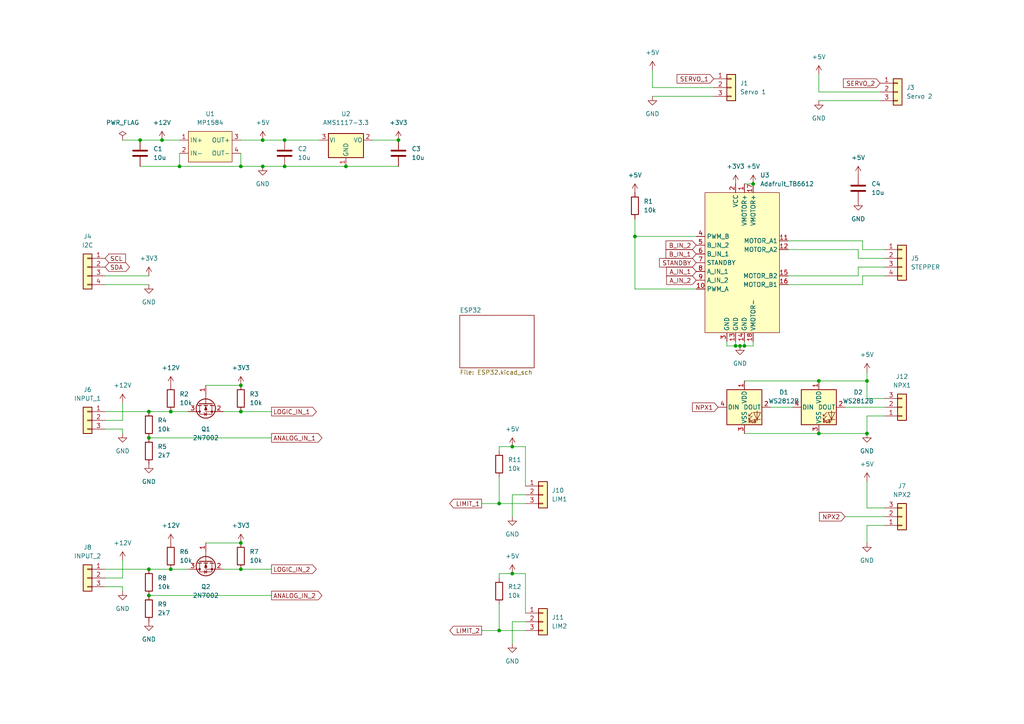
<source format=kicad_sch>
(kicad_sch (version 20211123) (generator eeschema)
  (paper "A4")
  (lib_symbols
    (symbol "Adafruit:Adafruit_TB6612"
      (property "Reference" "U" (at -10.16 21.59 0))
      (property "Value" "Adafruit_TB6612" (at -19.05 19.05 0))
      (symbol "Adafruit_TB6612_0_1"
        (rectangle (start -10.16 20.32) (end 11.43 -20.32) (fill (type background)))
      )
      (symbol "Adafruit_TB6612_1_1"
        (pin power_in line (at 1.27 22.86 270) (length 2.54) (name "VMOTOR+") (number "1"))
        (pin input line (at -12.7 -7.62 0) (length 2.54) (name "PWM_A") (number "10"))
        (pin output line (at 13.97 6.35 180) (length 2.54) (name "MOTOR_A1") (number "11"))
        (pin output line (at 13.97 3.81 180) (length 2.54) (name "MOTOR_A2") (number "12"))
        (pin power_in line (at -1.27 -22.86 90) (length 2.54) (name "GND") (number "13"))
        (pin power_in line (at 1.27 -22.86 90) (length 2.54) (name "GND") (number "14"))
        (pin output line (at 13.97 -3.81 180) (length 2.54) (name "MOTOR_B2") (number "15"))
        (pin output line (at 13.97 -6.35 180) (length 2.54) (name "MOTOR_B1") (number "16"))
        (pin power_in line (at 3.81 22.86 270) (length 2.54) (name "VMOTOR+") (number "17"))
        (pin power_in line (at 3.81 -22.86 90) (length 2.54) (name "VMOTOR-") (number "18"))
        (pin power_in line (at -1.27 22.86 270) (length 2.54) (name "VCC") (number "2"))
        (pin power_in line (at -3.81 -22.86 90) (length 2.54) (name "GND") (number "3"))
        (pin input line (at -12.7 7.62 0) (length 2.54) (name "PWM_B") (number "4"))
        (pin input line (at -12.7 5.08 0) (length 2.54) (name "B_IN_2") (number "5"))
        (pin input line (at -12.7 2.54 0) (length 2.54) (name "B_IN_1") (number "6"))
        (pin input line (at -12.7 0 0) (length 2.54) (name "STANDBY") (number "7"))
        (pin input line (at -12.7 -2.54 0) (length 2.54) (name "A_IN_1") (number "8"))
        (pin input line (at -12.7 -5.08 0) (length 2.54) (name "A_IN_2") (number "9"))
      )
    )
    (symbol "Connector_Generic:Conn_01x03" (pin_names (offset 1.016) hide)
      (property "Reference" "J" (at 0 5.08 0))
      (property "Value" "Conn_01x03" (at 0 -5.08 0))
      (symbol "Conn_01x03_1_1"
        (rectangle (start -1.27 -2.413) (end 0 -2.667) (stroke (width 0.1524)))
        (rectangle (start -1.27 0.127) (end 0 -0.127) (stroke (width 0.1524)))
        (rectangle (start -1.27 2.667) (end 0 2.413) (stroke (width 0.1524)))
        (rectangle (start -1.27 3.81) (end 1.27 -3.81) (stroke (width 0.254)) (fill (type background)))
        (pin passive line (at -5.08 2.54 0) (length 3.81) (name "Pin_1") (number "1"))
        (pin passive line (at -5.08 0 0) (length 3.81) (name "Pin_2") (number "2"))
        (pin passive line (at -5.08 -2.54 0) (length 3.81) (name "Pin_3") (number "3"))
      )
    )
    (symbol "Connector_Generic:Conn_01x04" (pin_names (offset 1.016) hide)
      (property "Reference" "J" (at 0 5.08 0))
      (property "Value" "Conn_01x04" (at 0 -7.62 0))
      (symbol "Conn_01x04_1_1"
        (rectangle (start -1.27 -4.953) (end 0 -5.207) (stroke (width 0.1524)))
        (rectangle (start -1.27 -2.413) (end 0 -2.667) (stroke (width 0.1524)))
        (rectangle (start -1.27 0.127) (end 0 -0.127) (stroke (width 0.1524)))
        (rectangle (start -1.27 2.667) (end 0 2.413) (stroke (width 0.1524)))
        (rectangle (start -1.27 3.81) (end 1.27 -6.35) (stroke (width 0.254)) (fill (type background)))
        (pin passive line (at -5.08 2.54 0) (length 3.81) (name "Pin_1") (number "1"))
        (pin passive line (at -5.08 0 0) (length 3.81) (name "Pin_2") (number "2"))
        (pin passive line (at -5.08 -2.54 0) (length 3.81) (name "Pin_3") (number "3"))
        (pin passive line (at -5.08 -5.08 0) (length 3.81) (name "Pin_4") (number "4"))
      )
    )
    (symbol "Device:C" (pin_numbers hide) (pin_names (offset 0.254))
      (property "Reference" "C" (at 0.635 2.54 0))
      (property "Value" "C" (at 0.635 -2.54 0))
      (symbol "C_0_1"
        (polyline (pts (xy -2.032 -0.762) (xy 2.032 -0.762)) (stroke (width 0.508)))
        (polyline (pts (xy -2.032 0.762) (xy 2.032 0.762)) (stroke (width 0.508)))
      )
      (symbol "C_1_1"
        (pin passive line (at 0 3.81 270) (length 2.794) (name "~") (number "1"))
        (pin passive line (at 0 -3.81 90) (length 2.794) (name "~") (number "2"))
      )
    )
    (symbol "Device:R" (pin_numbers hide) (pin_names (offset 0))
      (property "Reference" "R" (at 2.032 0 90))
      (property "Value" "R" (at 0 0 90))
      (symbol "R_0_1"
        (rectangle (start -1.016 -2.54) (end 1.016 2.54) (stroke (width 0.254)))
      )
      (symbol "R_1_1"
        (pin passive line (at 0 3.81 270) (length 1.27) (name "~") (number "1"))
        (pin passive line (at 0 -3.81 90) (length 1.27) (name "~") (number "2"))
      )
    )
    (symbol "LED:WS2812B" (pin_names (offset 0.254))
      (property "Reference" "D" (at 5.08 5.715 0))
      (property "Value" "WS2812B" (at 1.27 -5.715 0))
      (symbol "WS2812B_0_0"
        (text "RGB" (at 2.286 -4.191 0) (effects (font (size 0.762 0.762))))
      )
      (symbol "WS2812B_0_1"
        (polyline (pts (xy 1.27 -3.556) (xy 1.778 -3.556)))
        (polyline (pts (xy 1.27 -2.54) (xy 1.778 -2.54)))
        (polyline (pts (xy 4.699 -3.556) (xy 2.667 -3.556)))
        (polyline (pts (xy 2.286 -2.54) (xy 1.27 -3.556) (xy 1.27 -3.048)))
        (polyline (pts (xy 2.286 -1.524) (xy 1.27 -2.54) (xy 1.27 -2.032)))
        (polyline (pts (xy 3.683 -1.016) (xy 3.683 -3.556) (xy 3.683 -4.064)))
        (polyline (pts (xy 4.699 -1.524) (xy 2.667 -1.524) (xy 3.683 -3.556) (xy 4.699 -1.524)))
        (rectangle (start 5.08 5.08) (end -5.08 -5.08) (stroke (width 0.254)) (fill (type background)))
      )
      (symbol "WS2812B_1_1"
        (pin power_in line (at 0 7.62 270) (length 2.54) (name "VDD") (number "1"))
        (pin output line (at 7.62 0 180) (length 2.54) (name "DOUT") (number "2"))
        (pin power_in line (at 0 -7.62 90) (length 2.54) (name "VSS") (number "3"))
        (pin input line (at -7.62 0 0) (length 2.54) (name "DIN") (number "4"))
      )
    )
    (symbol "MP1584:MP1584"
      (property "Reference" "U" (at 0 2.54 0))
      (property "Value" "MP1584" (at 0 0 0))
      (symbol "MP1584_0_1"
        (rectangle (start -6.35 -1.27) (end 6.35 -10.16) (fill (type background)))
      )
      (symbol "MP1584_1_1"
        (pin power_in line (at -8.89 -3.81 0) (length 2.54) (name "IN+") (number "1"))
        (pin power_in line (at -8.89 -7.62 0) (length 2.54) (name "IN-") (number "2"))
        (pin power_out line (at 8.89 -3.81 180) (length 2.54) (name "OUT+") (number "3"))
        (pin power_out line (at 8.89 -7.62 180) (length 2.54) (name "OUT-") (number "4"))
      )
    )
    (symbol "Regulator_Linear:AMS1117-3.3" (pin_names (offset 0.254))
      (property "Reference" "U" (at -3.81 3.175 0))
      (property "Value" "AMS1117-3.3" (at 0 3.175 0))
      (symbol "AMS1117-3.3_0_1"
        (rectangle (start -5.08 -5.08) (end 5.08 1.905) (stroke (width 0.254)) (fill (type background)))
      )
      (symbol "AMS1117-3.3_1_1"
        (pin power_in line (at 0 -7.62 90) (length 2.54) (name "GND") (number "1"))
        (pin power_out line (at 7.62 0 180) (length 2.54) (name "VO") (number "2"))
        (pin power_in line (at -7.62 0 0) (length 2.54) (name "VI") (number "3"))
      )
    )
    (symbol "Transistor_FET:2N7002" (pin_names hide)
      (property "Reference" "Q" (at 5.08 1.905 0))
      (property "Value" "2N7002" (at 5.08 0 0))
      (symbol "2N7002_0_1"
        (polyline (pts (xy 0.254 0) (xy -2.54 0)))
        (polyline (pts (xy 0.254 1.905) (xy 0.254 -1.905)) (stroke (width 0.254)))
        (polyline (pts (xy 0.762 -1.27) (xy 0.762 -2.286)) (stroke (width 0.254)))
        (polyline (pts (xy 0.762 0.508) (xy 0.762 -0.508)) (stroke (width 0.254)))
        (polyline (pts (xy 0.762 2.286) (xy 0.762 1.27)) (stroke (width 0.254)))
        (polyline (pts (xy 2.54 2.54) (xy 2.54 1.778)))
        (polyline (pts (xy 2.54 -2.54) (xy 2.54 0) (xy 0.762 0)))
        (polyline (pts (xy 0.762 -1.778) (xy 3.302 -1.778) (xy 3.302 1.778) (xy 0.762 1.778)))
        (polyline (pts (xy 1.016 0) (xy 2.032 0.381) (xy 2.032 -0.381) (xy 1.016 0)) (fill (type outline)))
        (polyline (pts (xy 2.794 0.508) (xy 2.921 0.381) (xy 3.683 0.381) (xy 3.81 0.254)))
        (polyline (pts (xy 3.302 0.381) (xy 2.921 -0.254) (xy 3.683 -0.254) (xy 3.302 0.381)))
        (circle (center 1.651 0) (radius 2.794) (stroke (width 0.254)))
        (circle (center 2.54 -1.778) (radius 0.254) (fill (type outline)))
        (circle (center 2.54 1.778) (radius 0.254) (fill (type outline)))
      )
      (symbol "2N7002_1_1"
        (pin input line (at -5.08 0 0) (length 2.54) (name "G") (number "1"))
        (pin passive line (at 2.54 -5.08 90) (length 2.54) (name "S") (number "2"))
        (pin passive line (at 2.54 5.08 270) (length 2.54) (name "D") (number "3"))
      )
    )
    (symbol "power:+12V" (power) (pin_names (offset 0))
      (property "Value" "+12V" (at 0 3.556 0))
      (symbol "+12V_0_1"
        (polyline (pts (xy -0.762 1.27) (xy 0 2.54)))
        (polyline (pts (xy 0 0) (xy 0 2.54)))
        (polyline (pts (xy 0 2.54) (xy 0.762 1.27)))
      )
      (symbol "+12V_1_1"
        (pin power_in line (at 0 0 90) (length 0) hide (name "+12V") (number "1"))
      )
    )
    (symbol "power:+3V3" (power) (pin_names (offset 0))
      (property "Value" "+3V3" (at 0 3.556 0))
      (symbol "+3V3_0_1"
        (polyline (pts (xy -0.762 1.27) (xy 0 2.54)))
        (polyline (pts (xy 0 0) (xy 0 2.54)))
        (polyline (pts (xy 0 2.54) (xy 0.762 1.27)))
      )
      (symbol "+3V3_1_1"
        (pin power_in line (at 0 0 90) (length 0) hide (name "+3V3") (number "1"))
      )
    )
    (symbol "power:+5V" (power) (pin_names (offset 0))
      (property "Value" "+5V" (at 0 3.556 0))
      (symbol "+5V_0_1"
        (polyline (pts (xy -0.762 1.27) (xy 0 2.54)))
        (polyline (pts (xy 0 0) (xy 0 2.54)))
        (polyline (pts (xy 0 2.54) (xy 0.762 1.27)))
      )
      (symbol "+5V_1_1"
        (pin power_in line (at 0 0 90) (length 0) hide (name "+5V") (number "1"))
      )
    )
    (symbol "power:GND" (power) (pin_names (offset 0))
      (property "Value" "GND" (at 0 -3.81 0))
      (symbol "GND_0_1"
        (polyline (pts (xy 0 0) (xy 0 -1.27) (xy 1.27 -1.27) (xy 0 -2.54) (xy -1.27 -1.27) (xy 0 -1.27)))
      )
      (symbol "GND_1_1"
        (pin power_in line (at 0 0 270) (length 0) hide (name "GND") (number "1"))
      )
    )
    (symbol "power:PWR_FLAG" (power) (pin_numbers hide) (pin_names (offset 0) hide)
      (property "Value" "PWR_FLAG" (at 0 3.81 0))
      (symbol "PWR_FLAG_0_0"
        (pin power_out line (at 0 0 90) (length 0) (name "pwr") (number "1"))
      )
      (symbol "PWR_FLAG_0_1"
        (polyline (pts (xy 0 0) (xy 0 1.27) (xy -1.016 1.905) (xy 0 2.54) (xy 1.016 1.905) (xy 0 1.27)))
      )
    )
  )
  (junction (at 82.55 40.64))
  (junction (at 43.18 119.38))
  (junction (at 144.78 182.88))
  (junction (at 49.53 165.1))
  (junction (at 69.85 157.48))
  (junction (at 215.9 100.33))
  (junction (at 237.49 125.73))
  (junction (at 82.55 48.26))
  (junction (at 251.46 125.73))
  (junction (at 69.85 165.1))
  (junction (at 237.49 110.49))
  (junction (at 40.64 40.64))
  (junction (at 76.2 40.64))
  (junction (at 69.85 48.26))
  (junction (at 76.2 48.26))
  (junction (at 214.63 100.33))
  (junction (at 184.15 68.58))
  (junction (at 49.53 119.38))
  (junction (at 52.07 48.26))
  (junction (at 115.57 40.64))
  (junction (at 213.36 100.33))
  (junction (at 148.59 166.37))
  (junction (at 144.78 146.05))
  (junction (at 148.59 129.54))
  (junction (at 218.44 53.34))
  (junction (at 43.18 165.1))
  (junction (at 69.85 111.76))
  (junction (at 69.85 119.38))
  (junction (at 43.18 172.72))
  (junction (at 46.99 40.64))
  (junction (at 251.46 110.49))
  (junction (at 43.18 127))
  (junction (at 100.33 48.26))
  (wire (pts (xy 69.85 119.38) (xy 78.74 119.38)))
  (wire (pts (xy 189.23 25.4) (xy 189.23 20.32)))
  (wire (pts (xy 30.48 165.1) (xy 43.18 165.1)))
  (wire (pts (xy 148.59 180.34) (xy 148.59 186.69)))
  (wire (pts (xy 189.23 27.94) (xy 207.01 27.94)))
  (wire (pts (xy 251.46 110.49) (xy 251.46 107.95)))
  (wire (pts (xy 152.4 166.37) (xy 148.59 166.37)))
  (wire (pts (xy 144.78 167.64) (xy 144.78 166.37)))
  (wire (pts (xy 248.92 77.47) (xy 256.54 77.47)))
  (wire (pts (xy 107.95 40.64) (xy 115.57 40.64)))
  (wire (pts (xy 215.9 100.33) (xy 214.63 100.33)))
  (wire (pts (xy 30.48 124.46) (xy 35.56 124.46)))
  (wire (pts (xy 43.18 172.72) (xy 78.74 172.72)))
  (wire (pts (xy 248.92 74.93) (xy 256.54 74.93)))
  (wire (pts (xy 64.77 119.38) (xy 69.85 119.38)))
  (wire (pts (xy 144.78 129.54) (xy 148.59 129.54)))
  (wire (pts (xy 228.6 69.85) (xy 250.19 69.85)))
  (wire (pts (xy 250.19 80.01) (xy 256.54 80.01)))
  (wire (pts (xy 40.64 48.26) (xy 52.07 48.26)))
  (wire (pts (xy 69.85 165.1) (xy 78.74 165.1)))
  (wire (pts (xy 144.78 166.37) (xy 148.59 166.37)))
  (wire (pts (xy 69.85 48.26) (xy 76.2 48.26)))
  (wire (pts (xy 82.55 40.64) (xy 92.71 40.64)))
  (wire (pts (xy 215.9 99.06) (xy 215.9 100.33)))
  (wire (pts (xy 76.2 48.26) (xy 82.55 48.26)))
  (wire (pts (xy 144.78 138.43) (xy 144.78 146.05)))
  (wire (pts (xy 30.48 119.38) (xy 43.18 119.38)))
  (wire (pts (xy 69.85 44.45) (xy 69.85 48.26)))
  (wire (pts (xy 251.46 157.48) (xy 251.46 152.4)))
  (wire (pts (xy 152.4 177.8) (xy 152.4 166.37)))
  (wire (pts (xy 207.01 25.4) (xy 189.23 25.4)))
  (wire (pts (xy 46.99 40.64) (xy 52.07 40.64)))
  (wire (pts (xy 237.49 125.73) (xy 251.46 125.73)))
  (wire (pts (xy 49.53 119.38) (xy 54.61 119.38)))
  (wire (pts (xy 245.11 149.86) (xy 256.54 149.86)))
  (wire (pts (xy 139.7 182.88) (xy 144.78 182.88)))
  (wire (pts (xy 52.07 44.45) (xy 52.07 48.26)))
  (wire (pts (xy 144.78 130.81) (xy 144.78 129.54)))
  (wire (pts (xy 184.15 83.82) (xy 184.15 68.58)))
  (wire (pts (xy 213.36 99.06) (xy 213.36 100.33)))
  (wire (pts (xy 237.49 29.21) (xy 255.27 29.21)))
  (wire (pts (xy 184.15 68.58) (xy 184.15 63.5)))
  (wire (pts (xy 76.2 40.64) (xy 82.55 40.64)))
  (wire (pts (xy 250.19 72.39) (xy 256.54 72.39)))
  (wire (pts (xy 248.92 72.39) (xy 248.92 74.93)))
  (wire (pts (xy 223.52 118.11) (xy 229.87 118.11)))
  (wire (pts (xy 35.56 40.64) (xy 40.64 40.64)))
  (wire (pts (xy 210.82 99.06) (xy 210.82 100.33)))
  (wire (pts (xy 255.27 26.67) (xy 237.49 26.67)))
  (wire (pts (xy 59.69 157.48) (xy 69.85 157.48)))
  (wire (pts (xy 64.77 165.1) (xy 69.85 165.1)))
  (wire (pts (xy 210.82 100.33) (xy 213.36 100.33)))
  (wire (pts (xy 139.7 146.05) (xy 144.78 146.05)))
  (wire (pts (xy 218.44 100.33) (xy 215.9 100.33)))
  (wire (pts (xy 228.6 82.55) (xy 250.19 82.55)))
  (wire (pts (xy 218.44 99.06) (xy 218.44 100.33)))
  (wire (pts (xy 228.6 80.01) (xy 248.92 80.01)))
  (wire (pts (xy 251.46 125.73) (xy 251.46 120.65)))
  (wire (pts (xy 201.93 68.58) (xy 184.15 68.58)))
  (wire (pts (xy 213.36 100.33) (xy 214.63 100.33)))
  (wire (pts (xy 30.48 167.64) (xy 35.56 167.64)))
  (wire (pts (xy 201.93 83.82) (xy 184.15 83.82)))
  (wire (pts (xy 35.56 121.92) (xy 35.56 116.84)))
  (wire (pts (xy 245.11 118.11) (xy 256.54 118.11)))
  (wire (pts (xy 43.18 127) (xy 78.74 127)))
  (wire (pts (xy 250.19 69.85) (xy 250.19 72.39)))
  (wire (pts (xy 69.85 40.64) (xy 76.2 40.64)))
  (wire (pts (xy 215.9 125.73) (xy 237.49 125.73)))
  (wire (pts (xy 152.4 129.54) (xy 148.59 129.54)))
  (wire (pts (xy 250.19 82.55) (xy 250.19 80.01)))
  (wire (pts (xy 30.48 80.01) (xy 43.18 80.01)))
  (wire (pts (xy 30.48 82.55) (xy 43.18 82.55)))
  (wire (pts (xy 52.07 48.26) (xy 69.85 48.26)))
  (wire (pts (xy 100.33 48.26) (xy 115.57 48.26)))
  (wire (pts (xy 228.6 72.39) (xy 248.92 72.39)))
  (wire (pts (xy 256.54 115.57) (xy 251.46 115.57)))
  (wire (pts (xy 43.18 165.1) (xy 49.53 165.1)))
  (wire (pts (xy 152.4 143.51) (xy 148.59 143.51)))
  (wire (pts (xy 43.18 119.38) (xy 49.53 119.38)))
  (wire (pts (xy 49.53 165.1) (xy 54.61 165.1)))
  (wire (pts (xy 82.55 48.26) (xy 100.33 48.26)))
  (wire (pts (xy 35.56 170.18) (xy 35.56 171.45)))
  (wire (pts (xy 251.46 120.65) (xy 256.54 120.65)))
  (wire (pts (xy 144.78 175.26) (xy 144.78 182.88)))
  (wire (pts (xy 215.9 53.34) (xy 218.44 53.34)))
  (wire (pts (xy 30.48 121.92) (xy 35.56 121.92)))
  (wire (pts (xy 144.78 182.88) (xy 152.4 182.88)))
  (wire (pts (xy 152.4 140.97) (xy 152.4 129.54)))
  (wire (pts (xy 251.46 152.4) (xy 256.54 152.4)))
  (wire (pts (xy 152.4 180.34) (xy 148.59 180.34)))
  (wire (pts (xy 237.49 110.49) (xy 251.46 110.49)))
  (wire (pts (xy 30.48 170.18) (xy 35.56 170.18)))
  (wire (pts (xy 35.56 167.64) (xy 35.56 162.56)))
  (wire (pts (xy 35.56 124.46) (xy 35.56 125.73)))
  (wire (pts (xy 248.92 80.01) (xy 248.92 77.47)))
  (wire (pts (xy 148.59 143.51) (xy 148.59 149.86)))
  (wire (pts (xy 256.54 147.32) (xy 251.46 147.32)))
  (wire (pts (xy 59.69 111.76) (xy 69.85 111.76)))
  (wire (pts (xy 251.46 139.7) (xy 251.46 147.32)))
  (wire (pts (xy 215.9 110.49) (xy 237.49 110.49)))
  (wire (pts (xy 144.78 146.05) (xy 152.4 146.05)))
  (wire (pts (xy 237.49 26.67) (xy 237.49 21.59)))
  (wire (pts (xy 40.64 40.64) (xy 46.99 40.64)))
  (wire (pts (xy 251.46 115.57) (xy 251.46 110.49)))
  (global_label "SCL" (shape input) (at 30.48 74.93 0) (property "Intersheet References" "${INTERSHEET_REFS}" (effects hide)))
  (global_label "SDA" (shape bidirectional) (at 30.48 77.47 0) (property "Intersheet References" "${INTERSHEET_REFS}" (effects hide)))
  (global_label "B_IN_2" (shape input) (at 201.93 71.12 180) (property "Intersheet References" "${INTERSHEET_REFS}" (effects hide)))
  (global_label "LIMIT_1" (shape output) (at 139.7 146.05 180) (property "Intersheet References" "${INTERSHEET_REFS}" (effects hide)))
  (global_label "B_IN_1" (shape input) (at 201.93 73.66 180) (property "Intersheet References" "${INTERSHEET_REFS}" (effects hide)))
  (global_label "NPX1" (shape input) (at 208.28 118.11 180) (property "Intersheet References" "${INTERSHEET_REFS}" (effects hide)))
  (global_label "SERVO_1" (shape input) (at 207.01 22.86 180) (property "Intersheet References" "${INTERSHEET_REFS}" (effects hide)))
  (global_label "SERVO_2" (shape input) (at 255.27 24.13 180) (property "Intersheet References" "${INTERSHEET_REFS}" (effects hide)))
  (global_label "ANALOG_IN_1" (shape output) (at 78.74 127 0) (property "Intersheet References" "${INTERSHEET_REFS}" (effects hide)))
  (global_label "LOGIC_IN_2" (shape output) (at 78.74 165.1 0) (property "Intersheet References" "${INTERSHEET_REFS}" (effects hide)))
  (global_label "LIMIT_2" (shape output) (at 139.7 182.88 180) (property "Intersheet References" "${INTERSHEET_REFS}" (effects hide)))
  (global_label "NPX2" (shape input) (at 245.11 149.86 180) (property "Intersheet References" "${INTERSHEET_REFS}" (effects hide)))
  (global_label "ANALOG_IN_2" (shape output) (at 78.74 172.72 0) (property "Intersheet References" "${INTERSHEET_REFS}" (effects hide)))
  (global_label "A_IN_1" (shape input) (at 201.93 78.74 180) (property "Intersheet References" "${INTERSHEET_REFS}" (effects hide)))
  (global_label "A_IN_2" (shape input) (at 201.93 81.28 180) (property "Intersheet References" "${INTERSHEET_REFS}" (effects hide)))
  (global_label "STANDBY" (shape input) (at 201.93 76.2 180) (property "Intersheet References" "${INTERSHEET_REFS}" (effects hide)))
  (global_label "LOGIC_IN_1" (shape output) (at 78.74 119.38 0) (property "Intersheet References" "${INTERSHEET_REFS}" (effects hide)))
  (symbol (lib_id "power:GND") (at 237.49 29.21 0) (unit 1)
    (property "Reference" "#PWR08" (effects hide))
    (property "Value" "GND" (at 237.49 34.29 0))
  )
  (symbol (lib_id "power:+5V") (at 189.23 20.32 0) (unit 1)
    (property "Reference" "#PWR01" (effects hide))
    (property "Value" "+5V" (at 189.23 15.24 0))
  )
  (symbol (lib_id "power:+3V3") (at 115.57 40.64 0) (unit 1)
    (property "Reference" "#PWR05" (effects hide))
    (property "Value" "+3V3" (at 115.57 35.56 0))
  )
  (symbol (lib_id "Connector_Generic:Conn_01x03") (at 157.48 180.34 0) (unit 1)
    (property "Reference" "J11" (at 160.02 179.0699 0) (effects (justify left)))
    (property "Value" "LIM2" (at 160.02 181.6099 0) (effects (justify left)))
    (property "Footprint" "Connector_PinHeader_2.54mm:PinHeader_1x03_P2.54mm_Vertical" (effects hide))
  )
  (symbol (lib_id "power:GND") (at 251.46 157.48 0) (unit 1)
    (property "Reference" "#PWR025" (effects hide))
    (property "Value" "GND" (at 251.46 162.56 0))
  )
  (symbol (lib_id "Device:C") (at 248.92 54.61 0) (unit 1)
    (property "Reference" "C4" (at 252.73 53.3399 0) (effects (justify left)))
    (property "Value" "10u" (at 252.73 55.8799 0) (effects (justify left)))
    (property "Footprint" "Capacitor_SMD:C_1206_3216Metric" (effects hide))
    (property "LCSC" "C13585" (effects hide))
  )
  (symbol (lib_id "Connector_Generic:Conn_01x04") (at 261.62 74.93 0) (unit 1)
    (property "Reference" "J5" (at 264.16 74.9299 0) (effects (justify left)))
    (property "Value" "STEPPER" (at 264.16 77.4699 0) (effects (justify left)))
    (property "Footprint" "Connector_PinHeader_2.54mm:PinHeader_1x04_P2.54mm_Vertical" (effects hide))
  )
  (symbol (lib_id "power:+12V") (at 49.53 157.48 0) (unit 1)
    (property "Reference" "#PWR023" (effects hide))
    (property "Value" "+12V" (at 49.53 152.4 0))
  )
  (symbol (lib_id "LED:WS2812B") (at 215.9 118.11 0) (unit 1)
    (property "Reference" "D1" (at 227.33 113.7793 0))
    (property "Value" "WS2812B" (at 227.33 116.3193 0))
    (property "Footprint" "LED_SMD:LED_WS2812B_PLCC4_5.0x5.0mm_P3.2mm" (effects hide))
    (property "Datasheet" "https://cdn-shop.adafruit.com/datasheets/WS2812B.pdf" (effects hide))
  )
  (symbol (lib_id "Connector_Generic:Conn_01x03") (at 212.09 25.4 0) (unit 1)
    (property "Reference" "J1" (at 214.63 24.1299 0) (effects (justify left)))
    (property "Value" "Servo 1" (at 214.63 26.6699 0) (effects (justify left)))
    (property "Footprint" "Connector_PinHeader_2.54mm:PinHeader_1x03_P2.54mm_Vertical" (effects hide))
  )
  (symbol (lib_id "Adafruit:Adafruit_TB6612") (at 214.63 76.2 0) (unit 1)
    (property "Reference" "U3" (at 220.4594 50.8 0) (effects (justify left)))
    (property "Value" "Adafruit_TB6612" (at 220.4594 53.34 0) (effects (justify left)))
    (property "Footprint" "Adafruit_TB6612:Adafruit_TB6612" (effects hide))
  )
  (symbol (lib_id "power:+5V") (at 237.49 21.59 0) (unit 1)
    (property "Reference" "#PWR07" (effects hide))
    (property "Value" "+5V" (at 237.49 16.51 0))
  )
  (symbol (lib_id "power:+5V") (at 251.46 139.7 0) (unit 1)
    (property "Reference" "#PWR022" (effects hide))
    (property "Value" "+5V" (at 251.46 134.62 0))
  )
  (symbol (lib_id "power:GND") (at 248.92 58.42 0) (unit 1)
    (property "Reference" "#PWR015" (effects hide))
    (property "Value" "GND" (at 248.92 63.5 0))
  )
  (symbol (lib_id "power:GND") (at 214.63 100.33 0) (unit 1)
    (property "Reference" "#PWR019" (effects hide))
    (property "Value" "GND" (at 214.63 105.41 0))
  )
  (symbol (lib_id "power:GND") (at 43.18 82.55 0) (unit 1)
    (property "Reference" "#PWR014" (effects hide))
    (property "Value" "GND" (at 43.18 87.63 0))
  )
  (symbol (lib_id "Device:R") (at 69.85 161.29 0) (unit 1)
    (property "Reference" "R7" (at 72.39 160.02 0) (effects (justify left)))
    (property "Value" "10k" (at 72.39 162.56 0) (effects (justify left)))
    (property "Footprint" "Resistor_SMD:R_0603_1608Metric" (effects hide))
    (property "LCSC" "C25804" (effects hide))
  )
  (symbol (lib_id "Device:R") (at 144.78 171.45 0) (unit 1)
    (property "Reference" "R12" (at 147.32 170.18 0) (effects (justify left)))
    (property "Value" "10k" (at 147.32 172.72 0) (effects (justify left)))
    (property "Footprint" "Resistor_SMD:R_0603_1608Metric" (effects hide))
    (property "LCSC" "C25804" (effects hide))
  )
  (symbol (lib_id "Connector_Generic:Conn_01x03") (at 261.62 149.86 0) (mirror x) (unit 1)
    (property "Reference" "J7" (at 261.62 140.97 0))
    (property "Value" "NPX2" (at 261.62 143.51 0))
    (property "Footprint" "Connector_PinHeader_2.54mm:PinHeader_1x03_P2.54mm_Vertical" (effects hide))
  )
  (symbol (lib_id "Device:R") (at 43.18 123.19 0) (unit 1)
    (property "Reference" "R4" (at 45.72 121.92 0) (effects (justify left)))
    (property "Value" "10k" (at 45.72 124.46 0) (effects (justify left)))
    (property "Footprint" "Resistor_SMD:R_0603_1608Metric" (effects hide))
    (property "LCSC" "C25804" (effects hide))
  )
  (symbol (lib_id "Device:R") (at 49.53 115.57 0) (unit 1)
    (property "Reference" "R2" (at 52.07 114.3 0) (effects (justify left)))
    (property "Value" "10k" (at 52.07 116.84 0) (effects (justify left)))
    (property "Footprint" "Resistor_SMD:R_0603_1608Metric" (effects hide))
    (property "LCSC" "C25804" (effects hide))
  )
  (symbol (lib_id "Device:R") (at 43.18 176.53 0) (unit 1)
    (property "Reference" "R9" (at 45.72 175.2599 0) (effects (justify left)))
    (property "Value" "2k7" (at 45.72 177.7999 0) (effects (justify left)))
    (property "Footprint" "Resistor_SMD:R_0603_1608Metric" (effects hide))
    (property "LCSC" "C13167" (effects hide))
  )
  (symbol (lib_id "power:GND") (at 148.59 149.86 0) (unit 1)
    (property "Reference" "#PWR038" (effects hide))
    (property "Value" "GND" (at 148.59 154.94 0))
  )
  (symbol (lib_id "Transistor_FET:2N7002") (at 59.69 116.84 90) (mirror x) (unit 1)
    (property "Reference" "Q1" (at 59.69 124.46 90))
    (property "Value" "2N7002" (at 59.69 127 90))
    (property "Footprint" "Package_TO_SOT_SMD:SOT-23" (effects hide))
    (property "Datasheet" "https://www.onsemi.com/pub/Collateral/NDS7002A-D.PDF" (effects hide))
    (property "LCSC" "C8545" (effects hide))
    (property "JLCPCB_CORRECTION" "0; 0; 180" (effects hide))
  )
  (symbol (lib_id "power:+5V") (at 218.44 53.34 0) (unit 1)
    (property "Reference" "#PWR011" (effects hide))
    (property "Value" "+5V" (at 218.44 48.26 0))
  )
  (symbol (lib_id "Device:C") (at 40.64 44.45 0) (unit 1)
    (property "Reference" "C1" (at 44.45 43.1799 0) (effects (justify left)))
    (property "Value" "10u" (at 44.45 45.7199 0) (effects (justify left)))
    (property "Footprint" "Capacitor_SMD:C_1206_3216Metric" (effects hide))
    (property "LCSC" "C13585" (effects hide))
  )
  (symbol (lib_id "power:GND") (at 189.23 27.94 0) (unit 1)
    (property "Reference" "#PWR02" (effects hide))
    (property "Value" "GND" (at 189.23 33.02 0))
  )
  (symbol (lib_id "power:GND") (at 43.18 180.34 0) (unit 1)
    (property "Reference" "#PWR028" (effects hide))
    (property "Value" "GND" (at 43.18 185.42 0))
  )
  (symbol (lib_id "power:+5V") (at 148.59 166.37 0) (unit 1)
    (property "Reference" "#PWR039" (effects hide))
    (property "Value" "+5V" (at 148.59 161.29 0))
  )
  (symbol (lib_id "Device:C") (at 115.57 44.45 0) (unit 1)
    (property "Reference" "C3" (at 119.38 43.1799 0) (effects (justify left)))
    (property "Value" "10u" (at 119.38 45.7199 0) (effects (justify left)))
    (property "Footprint" "Capacitor_SMD:C_1206_3216Metric" (effects hide))
    (property "LCSC" "C13585" (effects hide))
  )
  (symbol (lib_id "power:GND") (at 43.18 134.62 0) (unit 1)
    (property "Reference" "#PWR021" (effects hide))
    (property "Value" "GND" (at 43.18 139.7 0))
  )
  (symbol (lib_id "power:GND") (at 76.2 48.26 0) (unit 1)
    (property "Reference" "#PWR06" (effects hide))
    (property "Value" "GND" (at 76.2 53.34 0))
  )
  (symbol (lib_id "power:GND") (at 35.56 125.73 0) (unit 1)
    (property "Reference" "#PWR020" (effects hide))
    (property "Value" "GND" (at 35.56 130.81 0))
  )
  (symbol (lib_id "Transistor_FET:2N7002") (at 59.69 162.56 90) (mirror x) (unit 1)
    (property "Reference" "Q2" (at 59.69 170.18 90))
    (property "Value" "2N7002" (at 59.69 172.72 90))
    (property "Footprint" "Package_TO_SOT_SMD:SOT-23" (effects hide))
    (property "Datasheet" "https://www.onsemi.com/pub/Collateral/NDS7002A-D.PDF" (effects hide))
    (property "LCSC" "C8545" (effects hide))
    (property "JLCPCB_CORRECTION" "0; 0; 180" (effects hide))
  )
  (symbol (lib_id "power:+12V") (at 35.56 162.56 0) (unit 1)
    (property "Reference" "#PWR026" (effects hide))
    (property "Value" "+12V" (at 35.56 157.48 0))
  )
  (symbol (lib_id "power:+5V") (at 76.2 40.64 0) (unit 1)
    (property "Reference" "#PWR04" (effects hide))
    (property "Value" "+5V" (at 76.2 35.56 0))
  )
  (symbol (lib_id "Regulator_Linear:AMS1117-3.3") (at 100.33 40.64 0) (unit 1)
    (property "Reference" "U2" (at 100.33 33.02 0))
    (property "Value" "AMS1117-3.3" (at 100.33 35.56 0))
    (property "Footprint" "Package_TO_SOT_SMD:SOT-223-3_TabPin2" (effects hide))
    (property "Datasheet" "http://www.advanced-monolithic.com/pdf/ds1117.pdf" (effects hide))
    (property "LCSC" "C6186" (effects hide))
    (property "JLCPCB_CORRECTION" "0; 0; 180" (effects hide))
  )
  (symbol (lib_id "Connector_Generic:Conn_01x03") (at 261.62 118.11 0) (mirror x) (unit 1)
    (property "Reference" "J12" (at 261.62 109.22 0))
    (property "Value" "NPX1" (at 261.62 111.76 0))
    (property "Footprint" "Connector_PinHeader_2.54mm:PinHeader_1x03_P2.54mm_Vertical" (effects hide))
  )
  (symbol (lib_id "power:PWR_FLAG") (at 35.56 40.64 0) (unit 1)
    (property "Reference" "#FLG01" (effects hide))
    (property "Value" "PWR_FLAG" (at 35.56 35.56 0))
  )
  (symbol (lib_id "power:+5V") (at 184.15 55.88 0) (unit 1)
    (property "Reference" "#PWR013" (effects hide))
    (property "Value" "+5V" (at 184.15 50.8 0))
  )
  (symbol (lib_id "Device:R") (at 43.18 168.91 0) (unit 1)
    (property "Reference" "R8" (at 45.72 167.64 0) (effects (justify left)))
    (property "Value" "10k" (at 45.72 170.18 0) (effects (justify left)))
    (property "Footprint" "Resistor_SMD:R_0603_1608Metric" (effects hide))
    (property "LCSC" "C25804" (effects hide))
  )
  (symbol (lib_id "MP1584:MP1584") (at 60.96 36.83 0) (unit 1)
    (property "Reference" "U1" (at 60.96 33.02 0))
    (property "Value" "MP1584" (at 60.96 35.56 0))
    (property "Footprint" "MP1584:MP1584" (effects hide))
  )
  (symbol (lib_id "power:+5V") (at 251.46 107.95 0) (unit 1)
    (property "Reference" "#PWR041" (effects hide))
    (property "Value" "+5V" (at 251.46 102.87 0))
  )
  (symbol (lib_id "power:GND") (at 35.56 171.45 0) (unit 1)
    (property "Reference" "#PWR027" (effects hide))
    (property "Value" "GND" (at 35.56 176.53 0))
  )
  (symbol (lib_id "power:+3V3") (at 43.18 80.01 0) (unit 1)
    (property "Reference" "#PWR012" (effects hide))
    (property "Value" "+3V3" (at 43.18 74.93 0))
  )
  (symbol (lib_id "power:+3V3") (at 213.36 53.34 0) (unit 1)
    (property "Reference" "#PWR010" (effects hide))
    (property "Value" "+3V3" (at 213.36 48.26 0))
  )
  (symbol (lib_id "Device:R") (at 49.53 161.29 0) (unit 1)
    (property "Reference" "R6" (at 52.07 160.02 0) (effects (justify left)))
    (property "Value" "10k" (at 52.07 162.56 0) (effects (justify left)))
    (property "Footprint" "Resistor_SMD:R_0603_1608Metric" (effects hide))
    (property "LCSC" "C25804" (effects hide))
  )
  (symbol (lib_id "Connector_Generic:Conn_01x03") (at 25.4 167.64 0) (mirror y) (unit 1)
    (property "Reference" "J8" (at 25.4 158.75 0))
    (property "Value" "INPUT_2" (at 25.4 161.29 0))
    (property "Footprint" "Connector_PinHeader_2.54mm:PinHeader_1x03_P2.54mm_Vertical" (effects hide))
  )
  (symbol (lib_id "Connector_Generic:Conn_01x03") (at 157.48 143.51 0) (unit 1)
    (property "Reference" "J10" (at 160.02 142.2399 0) (effects (justify left)))
    (property "Value" "LIM1" (at 160.02 144.7799 0) (effects (justify left)))
    (property "Footprint" "Connector_PinHeader_2.54mm:PinHeader_1x03_P2.54mm_Vertical" (effects hide))
  )
  (symbol (lib_id "Device:R") (at 69.85 115.57 0) (unit 1)
    (property "Reference" "R3" (at 72.39 114.3 0) (effects (justify left)))
    (property "Value" "10k" (at 72.39 116.84 0) (effects (justify left)))
    (property "Footprint" "Resistor_SMD:R_0603_1608Metric" (effects hide))
    (property "LCSC" "C25804" (effects hide))
  )
  (symbol (lib_id "power:+3V3") (at 69.85 157.48 0) (unit 1)
    (property "Reference" "#PWR024" (effects hide))
    (property "Value" "+3V3" (at 69.85 152.4 0))
  )
  (symbol (lib_id "Device:C") (at 82.55 44.45 0) (unit 1)
    (property "Reference" "C2" (at 86.36 43.1799 0) (effects (justify left)))
    (property "Value" "10u" (at 86.36 45.7199 0) (effects (justify left)))
    (property "Footprint" "Capacitor_SMD:C_1206_3216Metric" (effects hide))
    (property "LCSC" "C13585" (effects hide))
  )
  (symbol (lib_id "power:+12V") (at 49.53 111.76 0) (unit 1)
    (property "Reference" "#PWR016" (effects hide))
    (property "Value" "+12V" (at 49.53 106.68 0))
  )
  (symbol (lib_id "Device:R") (at 144.78 134.62 0) (unit 1)
    (property "Reference" "R11" (at 147.32 133.35 0) (effects (justify left)))
    (property "Value" "10k" (at 147.32 135.89 0) (effects (justify left)))
    (property "Footprint" "Resistor_SMD:R_0603_1608Metric" (effects hide))
    (property "LCSC" "C25804" (effects hide))
  )
  (symbol (lib_id "power:+5V") (at 148.59 129.54 0) (unit 1)
    (property "Reference" "#PWR034" (effects hide))
    (property "Value" "+5V" (at 148.59 124.46 0))
  )
  (symbol (lib_id "power:GND") (at 251.46 125.73 0) (unit 1)
    (property "Reference" "#PWR042" (effects hide))
    (property "Value" "GND" (at 251.46 130.81 0))
  )
  (symbol (lib_id "power:GND") (at 148.59 186.69 0) (unit 1)
    (property "Reference" "#PWR040" (effects hide))
    (property "Value" "GND" (at 148.59 191.77 0))
  )
  (symbol (lib_id "Connector_Generic:Conn_01x04") (at 25.4 77.47 0) (mirror y) (unit 1)
    (property "Reference" "J4" (at 25.4 68.58 0))
    (property "Value" "I2C" (at 25.4 71.12 0))
    (property "Footprint" "Connector_PinHeader_2.54mm:PinHeader_1x04_P2.54mm_Vertical" (effects hide))
  )
  (symbol (lib_id "LED:WS2812B") (at 237.49 118.11 0) (unit 1)
    (property "Reference" "D2" (at 248.92 113.7793 0))
    (property "Value" "WS2812B" (at 248.92 116.3193 0))
    (property "Footprint" "LED_SMD:LED_WS2812B_PLCC4_5.0x5.0mm_P3.2mm" (effects hide))
    (property "Datasheet" "https://cdn-shop.adafruit.com/datasheets/WS2812B.pdf" (effects hide))
  )
  (symbol (lib_id "power:+5V") (at 248.92 50.8 0) (unit 1)
    (property "Reference" "#PWR09" (effects hide))
    (property "Value" "+5V" (at 248.92 45.72 0))
  )
  (symbol (lib_id "Device:R") (at 43.18 130.81 0) (unit 1)
    (property "Reference" "R5" (at 45.72 129.5399 0) (effects (justify left)))
    (property "Value" "2k7" (at 45.72 132.0799 0) (effects (justify left)))
    (property "Footprint" "Resistor_SMD:R_0603_1608Metric" (effects hide))
    (property "LCSC" "C13167" (effects hide))
  )
  (symbol (lib_id "Connector_Generic:Conn_01x03") (at 260.35 26.67 0) (unit 1)
    (property "Reference" "J3" (at 262.89 25.3999 0) (effects (justify left)))
    (property "Value" "Servo 2" (at 262.89 27.9399 0) (effects (justify left)))
    (property "Footprint" "Connector_PinHeader_2.54mm:PinHeader_1x03_P2.54mm_Vertical" (effects hide))
  )
  (symbol (lib_id "power:+12V") (at 35.56 116.84 0) (unit 1)
    (property "Reference" "#PWR018" (effects hide))
    (property "Value" "+12V" (at 35.56 111.76 0))
  )
  (symbol (lib_id "power:+3V3") (at 69.85 111.76 0) (unit 1)
    (property "Reference" "#PWR017" (effects hide))
    (property "Value" "+3V3" (at 69.85 106.68 0))
  )
  (symbol (lib_id "Device:R") (at 184.15 59.69 0) (unit 1)
    (property "Reference" "R1" (at 186.69 58.42 0) (effects (justify left)))
    (property "Value" "10k" (at 186.69 60.96 0) (effects (justify left)))
    (property "Footprint" "Resistor_SMD:R_0603_1608Metric" (effects hide))
    (property "LCSC" "C25804" (effects hide))
  )
  (symbol (lib_id "Connector_Generic:Conn_01x03") (at 25.4 121.92 0) (mirror y) (unit 1)
    (property "Reference" "J6" (at 25.4 113.03 0))
    (property "Value" "INPUT_1" (at 25.4 115.57 0))
    (property "Footprint" "Connector_PinHeader_2.54mm:PinHeader_1x03_P2.54mm_Vertical" (effects hide))
  )
  (symbol (lib_id "power:+12V") (at 46.99 40.64 0) (unit 1)
    (property "Reference" "#PWR03" (effects hide))
    (property "Value" "+12V" (at 46.99 35.56 0))
  )
  (sheet (at 133.35 91.44) (size 21.59 15.24) (stroke (width 0.1524))
    (property "Sheet name" "ESP32" (at 133.35 90.7284 0) (effects (justify left bottom)))
    (property "Sheet file" "ESP32.kicad_sch" (at 133.35 107.2646 0) (effects (justify left top)))
  )
)
</source>
